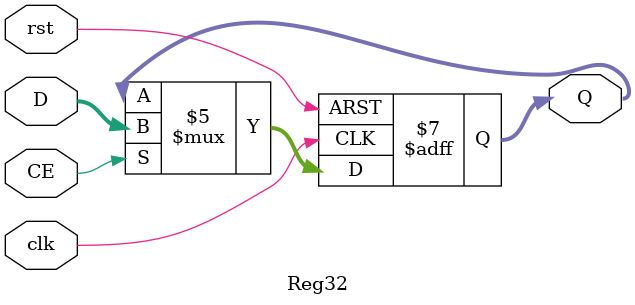
<source format=v>
`timescale 1ns / 1ps
module Reg32(
    input clk,
    input rst,
    input CE,
    input [31:0] D,
    output reg [31:0] Q
);

    always @ (posedge clk or posedge rst) begin
        if (rst == 1) Q <= 0;
        else if (CE == 1) Q <= D;
        else Q <= Q;
    end

endmodule
</source>
